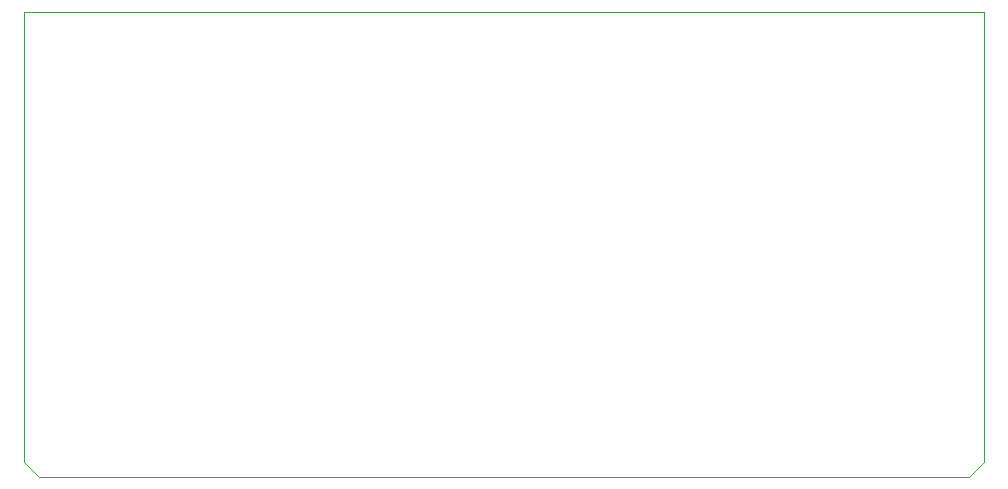
<source format=gbr>
G04 #@! TF.GenerationSoftware,KiCad,Pcbnew,(5.1.5)-3*
G04 #@! TF.CreationDate,2021-07-01T11:46:27+03:00*
G04 #@! TF.ProjectId,ISAMEM,4953414d-454d-42e6-9b69-6361645f7063,rev?*
G04 #@! TF.SameCoordinates,Original*
G04 #@! TF.FileFunction,Profile,NP*
%FSLAX46Y46*%
G04 Gerber Fmt 4.6, Leading zero omitted, Abs format (unit mm)*
G04 Created by KiCad (PCBNEW (5.1.5)-3) date 2021-07-01 11:46:27*
%MOMM*%
%LPD*%
G04 APERTURE LIST*
%ADD10C,0.050000*%
G04 APERTURE END LIST*
D10*
X248920000Y-99060000D02*
X248920000Y-137160000D01*
X167640000Y-99060000D02*
X248920000Y-99060000D01*
X167640000Y-130810000D02*
X167640000Y-99060000D01*
X167640000Y-137160000D02*
X167640000Y-130810000D01*
X168910000Y-138430000D02*
X167640000Y-137160000D01*
X247650000Y-138430000D02*
X168910000Y-138430000D01*
X248920000Y-137160000D02*
X247650000Y-138430000D01*
M02*

</source>
